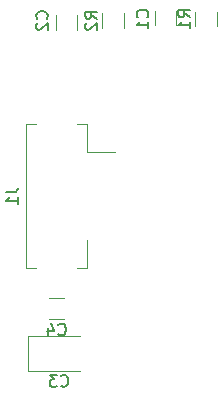
<source format=gbr>
G04 #@! TF.GenerationSoftware,KiCad,Pcbnew,5.0.0+dfsg1-2~bpo9+1*
G04 #@! TF.CreationDate,2018-09-21T22:54:25+03:00*
G04 #@! TF.ProjectId,client,636C69656E742E6B696361645F706362,rev?*
G04 #@! TF.SameCoordinates,Original*
G04 #@! TF.FileFunction,Legend,Bot*
G04 #@! TF.FilePolarity,Positive*
%FSLAX46Y46*%
G04 Gerber Fmt 4.6, Leading zero omitted, Abs format (unit mm)*
G04 Created by KiCad (PCBNEW 5.0.0+dfsg1-2~bpo9+1) date Fri Sep 21 22:54:25 2018*
%MOMM*%
%LPD*%
G01*
G04 APERTURE LIST*
%ADD10C,0.120000*%
%ADD11C,0.150000*%
G04 APERTURE END LIST*
D10*
G04 #@! TO.C,C4*
X99891936Y-61320000D02*
X101096064Y-61320000D01*
X99891936Y-63140000D02*
X101096064Y-63140000D01*
G04 #@! TO.C,C1*
X108818000Y-38230564D02*
X108818000Y-37026436D01*
X110638000Y-38230564D02*
X110638000Y-37026436D01*
G04 #@! TO.C,C2*
X100436000Y-38611564D02*
X100436000Y-37407436D01*
X102256000Y-38611564D02*
X102256000Y-37407436D01*
G04 #@! TO.C,C3*
X98076000Y-64530000D02*
X102461000Y-64530000D01*
X98076000Y-67550000D02*
X98076000Y-64530000D01*
X102461000Y-67550000D02*
X98076000Y-67550000D01*
G04 #@! TO.C,J1*
X97875000Y-58790000D02*
X98725000Y-58790000D01*
X97875000Y-46620000D02*
X97875000Y-58790000D01*
X98725000Y-46620000D02*
X97875000Y-46620000D01*
X103095000Y-58790000D02*
X103095000Y-56465000D01*
X102245000Y-58790000D02*
X103095000Y-58790000D01*
X103095000Y-48945000D02*
X105485000Y-48945000D01*
X103095000Y-46620000D02*
X103095000Y-48945000D01*
X102245000Y-46620000D02*
X103095000Y-46620000D01*
G04 #@! TO.C,R1*
X114067000Y-37116936D02*
X114067000Y-38321064D01*
X112247000Y-37116936D02*
X112247000Y-38321064D01*
G04 #@! TO.C,R2*
X106193000Y-37243936D02*
X106193000Y-38448064D01*
X104373000Y-37243936D02*
X104373000Y-38448064D01*
G04 #@! TO.C,C4*
D11*
X100660666Y-64407142D02*
X100708285Y-64454761D01*
X100851142Y-64502380D01*
X100946380Y-64502380D01*
X101089238Y-64454761D01*
X101184476Y-64359523D01*
X101232095Y-64264285D01*
X101279714Y-64073809D01*
X101279714Y-63930952D01*
X101232095Y-63740476D01*
X101184476Y-63645238D01*
X101089238Y-63550000D01*
X100946380Y-63502380D01*
X100851142Y-63502380D01*
X100708285Y-63550000D01*
X100660666Y-63597619D01*
X99803523Y-63835714D02*
X99803523Y-64502380D01*
X100041619Y-63454761D02*
X100279714Y-64169047D01*
X99660666Y-64169047D01*
G04 #@! TO.C,C1*
X108180142Y-37552333D02*
X108227761Y-37504714D01*
X108275380Y-37361857D01*
X108275380Y-37266619D01*
X108227761Y-37123761D01*
X108132523Y-37028523D01*
X108037285Y-36980904D01*
X107846809Y-36933285D01*
X107703952Y-36933285D01*
X107513476Y-36980904D01*
X107418238Y-37028523D01*
X107323000Y-37123761D01*
X107275380Y-37266619D01*
X107275380Y-37361857D01*
X107323000Y-37504714D01*
X107370619Y-37552333D01*
X108275380Y-38504714D02*
X108275380Y-37933285D01*
X108275380Y-38219000D02*
X107275380Y-38219000D01*
X107418238Y-38123761D01*
X107513476Y-38028523D01*
X107561095Y-37933285D01*
G04 #@! TO.C,C2*
X99671142Y-37679333D02*
X99718761Y-37631714D01*
X99766380Y-37488857D01*
X99766380Y-37393619D01*
X99718761Y-37250761D01*
X99623523Y-37155523D01*
X99528285Y-37107904D01*
X99337809Y-37060285D01*
X99194952Y-37060285D01*
X99004476Y-37107904D01*
X98909238Y-37155523D01*
X98814000Y-37250761D01*
X98766380Y-37393619D01*
X98766380Y-37488857D01*
X98814000Y-37631714D01*
X98861619Y-37679333D01*
X98861619Y-38060285D02*
X98814000Y-38107904D01*
X98766380Y-38203142D01*
X98766380Y-38441238D01*
X98814000Y-38536476D01*
X98861619Y-38584095D01*
X98956857Y-38631714D01*
X99052095Y-38631714D01*
X99194952Y-38584095D01*
X99766380Y-38012666D01*
X99766380Y-38631714D01*
G04 #@! TO.C,C3*
X100877666Y-68747142D02*
X100925285Y-68794761D01*
X101068142Y-68842380D01*
X101163380Y-68842380D01*
X101306238Y-68794761D01*
X101401476Y-68699523D01*
X101449095Y-68604285D01*
X101496714Y-68413809D01*
X101496714Y-68270952D01*
X101449095Y-68080476D01*
X101401476Y-67985238D01*
X101306238Y-67890000D01*
X101163380Y-67842380D01*
X101068142Y-67842380D01*
X100925285Y-67890000D01*
X100877666Y-67937619D01*
X100544333Y-67842380D02*
X99925285Y-67842380D01*
X100258619Y-68223333D01*
X100115761Y-68223333D01*
X100020523Y-68270952D01*
X99972904Y-68318571D01*
X99925285Y-68413809D01*
X99925285Y-68651904D01*
X99972904Y-68747142D01*
X100020523Y-68794761D01*
X100115761Y-68842380D01*
X100401476Y-68842380D01*
X100496714Y-68794761D01*
X100544333Y-68747142D01*
G04 #@! TO.C,J1*
X96237380Y-52371666D02*
X96951666Y-52371666D01*
X97094523Y-52324047D01*
X97189761Y-52228809D01*
X97237380Y-52085952D01*
X97237380Y-51990714D01*
X97237380Y-53371666D02*
X97237380Y-52800238D01*
X97237380Y-53085952D02*
X96237380Y-53085952D01*
X96380238Y-52990714D01*
X96475476Y-52895476D01*
X96523095Y-52800238D01*
G04 #@! TO.C,R1*
X111789380Y-37552333D02*
X111313190Y-37219000D01*
X111789380Y-36980904D02*
X110789380Y-36980904D01*
X110789380Y-37361857D01*
X110837000Y-37457095D01*
X110884619Y-37504714D01*
X110979857Y-37552333D01*
X111122714Y-37552333D01*
X111217952Y-37504714D01*
X111265571Y-37457095D01*
X111313190Y-37361857D01*
X111313190Y-36980904D01*
X111789380Y-38504714D02*
X111789380Y-37933285D01*
X111789380Y-38219000D02*
X110789380Y-38219000D01*
X110932238Y-38123761D01*
X111027476Y-38028523D01*
X111075095Y-37933285D01*
G04 #@! TO.C,R2*
X103915380Y-37679333D02*
X103439190Y-37346000D01*
X103915380Y-37107904D02*
X102915380Y-37107904D01*
X102915380Y-37488857D01*
X102963000Y-37584095D01*
X103010619Y-37631714D01*
X103105857Y-37679333D01*
X103248714Y-37679333D01*
X103343952Y-37631714D01*
X103391571Y-37584095D01*
X103439190Y-37488857D01*
X103439190Y-37107904D01*
X103010619Y-38060285D02*
X102963000Y-38107904D01*
X102915380Y-38203142D01*
X102915380Y-38441238D01*
X102963000Y-38536476D01*
X103010619Y-38584095D01*
X103105857Y-38631714D01*
X103201095Y-38631714D01*
X103343952Y-38584095D01*
X103915380Y-38012666D01*
X103915380Y-38631714D01*
G04 #@! TD*
M02*

</source>
